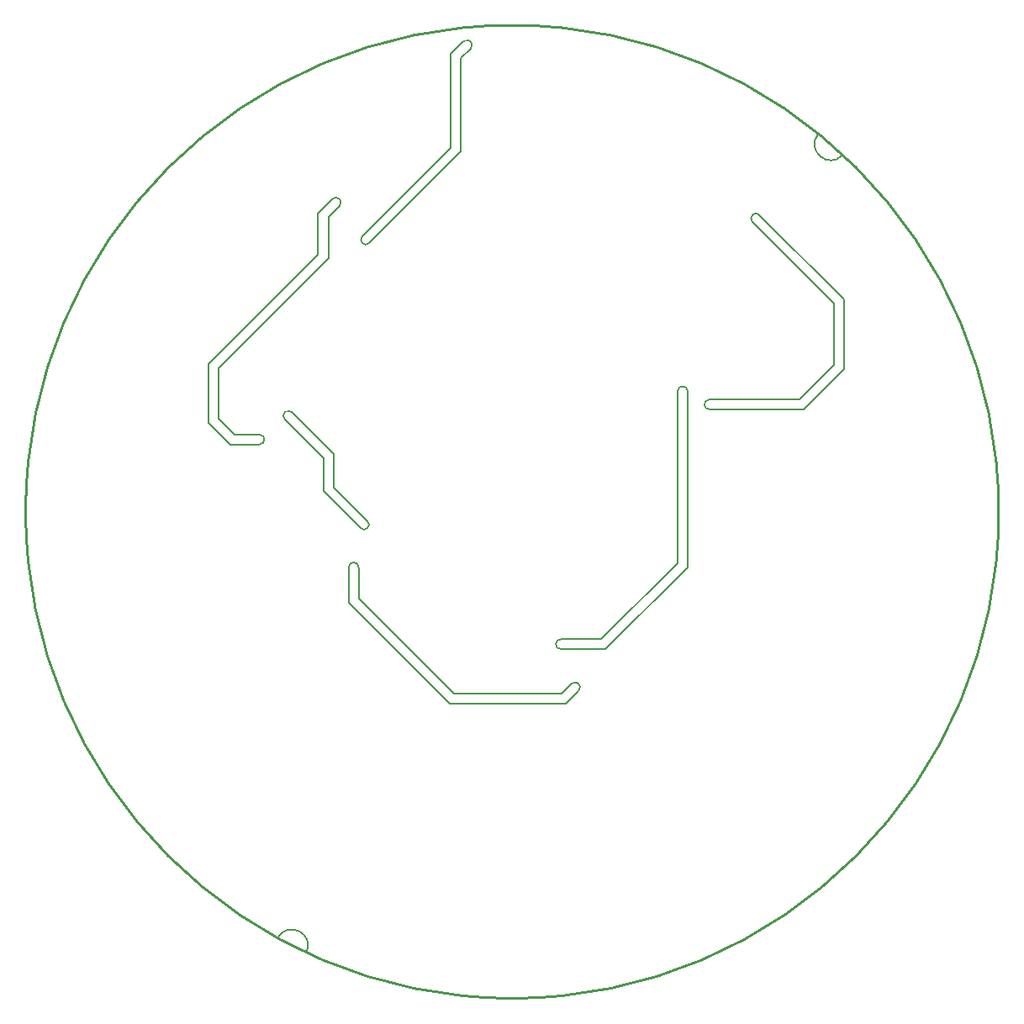
<source format=gbp>
G04*
G04 #@! TF.GenerationSoftware,Altium Limited,Altium Designer,20.1.14 (287)*
G04*
G04 Layer_Color=128*
%FSLAX44Y44*%
%MOMM*%
G71*
G04*
G04 #@! TF.SameCoordinates,26D83F00-FBC8-424C-8E9F-EDBCECB59CF3*
G04*
G04*
G04 #@! TF.FilePolarity,Positive*
G04*
G01*
G75*
%ADD12C,0.2000*%
%ADD16C,0.2540*%
D12*
X-154940Y-55880D02*
G03*
X-164940Y-55880I-5000J0D01*
G01*
X66501Y-180197D02*
G03*
X59430Y-173125I-3536J3536D01*
G01*
X248801Y299011D02*
G03*
X241730Y291940I-3536J-3536D01*
G01*
X198374Y113124D02*
G03*
X198374Y103124I0J-5000D01*
G01*
X48768Y-128270D02*
G03*
X48768Y-138270I0J-5000D01*
G01*
X176370Y121412D02*
G03*
X166370Y121412I-5000J0D01*
G01*
X-153147Y-16430D02*
G03*
X-146076Y-9359I3536J3536D01*
G01*
X-222297Y100363D02*
G03*
X-229368Y93292I-3536J-3536D01*
G01*
X-254915Y67804D02*
G03*
X-254915Y77804I0J5000D01*
G01*
X-174264Y307868D02*
G03*
X-181336Y314940I-3536J3536D01*
G01*
X-42164Y466598D02*
G03*
X-49235Y473669I-3536J3536D01*
G01*
X-151216Y277454D02*
G03*
X-144350Y270588I3433J-3433D01*
G01*
X308004Y380662D02*
G03*
X332652Y359489I12544J-10330D01*
G01*
X-207616Y-443945D02*
G03*
X-236516Y-429099I-14634J7065D01*
G01*
X49167Y-183388D02*
X59430Y-173125D01*
X-58928Y-183388D02*
X49167D01*
X-154940Y-87376D02*
Y-55880D01*
X53404Y-193294D02*
X66501Y-180196D01*
X-154940Y-87376D02*
X-58928Y-183388D01*
X-164940Y-91518D02*
X-63164Y-193294D01*
X53404D01*
X-164940Y-91518D02*
Y-55880D01*
X248801Y299011D02*
X334026Y213786D01*
X324026Y148176D02*
Y209644D01*
X198374Y103124D02*
X293116D01*
X198374Y113124D02*
X288974D01*
X241730Y291940D02*
X324026Y209644D01*
X334026Y144034D02*
Y213786D01*
X293116Y103124D02*
X334026Y144034D01*
X288974Y113124D02*
X324026Y148176D01*
X166370Y-51562D02*
Y121412D01*
X48768Y-128270D02*
X89662D01*
X48768Y-138270D02*
X93804D01*
X176370Y-55704D02*
Y121412D01*
X93804Y-138270D02*
X176370Y-55704D01*
X89662Y-128270D02*
X166370Y-51562D01*
X-212360Y76284D02*
X-190226Y54150D01*
X-229368Y93292D02*
X-212360Y76284D01*
X-222297Y100363D02*
X-202360Y80427D01*
X-179832Y24397D02*
Y57899D01*
Y24397D02*
X-146076Y-9359D01*
X-202360Y80427D02*
X-179832Y57899D01*
X-190226Y20649D02*
X-153147Y-16430D01*
X-190226Y20649D02*
Y54150D01*
X-195834Y258998D02*
Y300441D01*
X-278968Y77804D02*
X-254915D01*
X-295910Y93462D02*
Y144780D01*
X-305910Y89320D02*
Y148922D01*
Y89320D02*
X-285973Y69383D01*
X-284394Y67804D02*
X-282437D01*
X-283110D02*
X-254915D01*
X-285973Y69383D02*
X-284394Y67804D01*
X-185166Y296967D02*
X-174264Y307868D01*
X-305910Y148922D02*
X-195834Y258998D01*
X-280252Y77804D02*
X-278968D01*
X-185166Y255524D02*
Y296967D01*
X-295910Y93462D02*
X-280252Y77804D01*
X-295910Y144780D02*
X-185166Y255524D01*
X-195834Y300441D02*
X-181336Y314940D01*
X-144350Y270588D02*
X-52070Y362868D01*
X-151216Y277454D02*
X-62070Y366600D01*
X-52070Y362868D02*
Y456692D01*
X-62070Y366600D02*
Y460834D01*
X-52070Y456692D02*
X-42164Y466598D01*
X-62070Y460834D02*
X-49235Y473669D01*
X308004Y380662D02*
X320548Y370332D01*
X-236516Y-429099D02*
X-222250Y-436880D01*
X-207616Y-443945D01*
X320548Y370332D02*
X332652Y359489D01*
D16*
X489746Y0D02*
G03*
X489746Y0I-490000J0D01*
G01*
M02*

</source>
